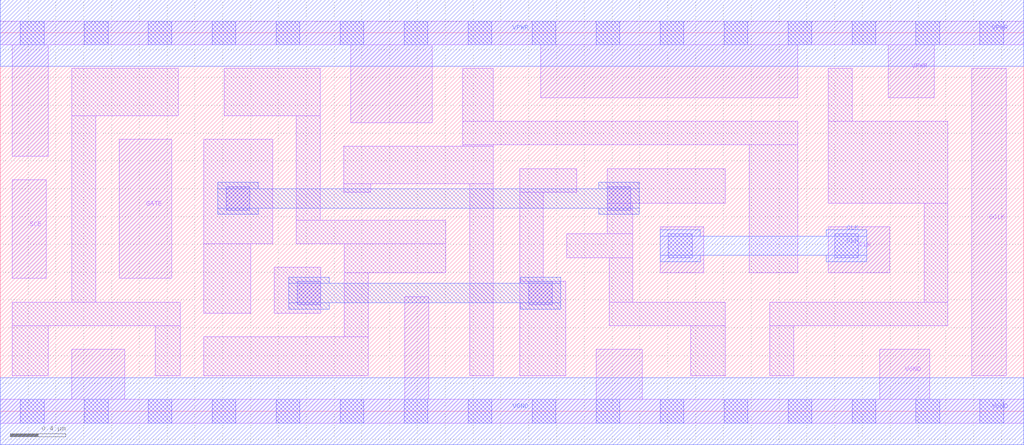
<source format=lef>
# Copyright 2020 The SkyWater PDK Authors
#
# Licensed under the Apache License, Version 2.0 (the "License");
# you may not use this file except in compliance with the License.
# You may obtain a copy of the License at
#
#     https://www.apache.org/licenses/LICENSE-2.0
#
# Unless required by applicable law or agreed to in writing, software
# distributed under the License is distributed on an "AS IS" BASIS,
# WITHOUT WARRANTIES OR CONDITIONS OF ANY KIND, either express or implied.
# See the License for the specific language governing permissions and
# limitations under the License.
#
# SPDX-License-Identifier: Apache-2.0

VERSION 5.7 ;
  NAMESCASESENSITIVE ON ;
  NOWIREEXTENSIONATPIN ON ;
  DIVIDERCHAR "/" ;
  BUSBITCHARS "[]" ;
UNITS
  DATABASE MICRONS 200 ;
END UNITS
PROPERTYDEFINITIONS
  MACRO maskLayoutSubType STRING ;
  MACRO prCellType STRING ;
  MACRO originalViewName STRING ;
END PROPERTYDEFINITIONS
MACRO sky130_fd_sc_hdll__sdlclkp_1
  CLASS CORE ;
  FOREIGN sky130_fd_sc_hdll__sdlclkp_1 ;
  ORIGIN  0.000000  0.000000 ;
  SIZE  7.360000 BY  2.720000 ;
  SYMMETRY X Y R90 ;
  SITE unithd ;
  PIN CLK
    ANTENNAGATEAREA  0.356400 ;
    DIRECTION INPUT ;
    USE SIGNAL ;
    PORT
      LAYER li1 ;
        RECT 4.745000 0.995000 5.060000 1.325000 ;
        RECT 5.955000 0.995000 6.395000 1.325000 ;
      LAYER mcon ;
        RECT 4.805000 1.105000 4.975000 1.275000 ;
        RECT 6.000000 1.105000 6.170000 1.275000 ;
      LAYER met1 ;
        RECT 4.745000 1.075000 5.035000 1.120000 ;
        RECT 4.745000 1.120000 6.230000 1.260000 ;
        RECT 4.745000 1.260000 5.035000 1.305000 ;
        RECT 5.940000 1.075000 6.230000 1.120000 ;
        RECT 5.940000 1.260000 6.230000 1.305000 ;
    END
  END CLK
  PIN GATE
    ANTENNAGATEAREA  0.178200 ;
    DIRECTION INPUT ;
    USE SIGNAL ;
    PORT
      LAYER li1 ;
        RECT 0.855000 0.955000 1.235000 1.955000 ;
    END
  END GATE
  PIN GCLK
    ANTENNADIFFAREA  0.480250 ;
    DIRECTION OUTPUT ;
    USE SIGNAL ;
    PORT
      LAYER li1 ;
        RECT 6.985000 0.255000 7.235000 2.465000 ;
    END
  END GCLK
  PIN SCE
    ANTENNAGATEAREA  0.178200 ;
    DIRECTION INPUT ;
    USE SIGNAL ;
    PORT
      LAYER li1 ;
        RECT 0.085000 0.955000 0.330000 1.665000 ;
    END
  END SCE
  PIN VGND
    ANTENNADIFFAREA  0.792650 ;
    DIRECTION INOUT ;
    USE SIGNAL ;
    PORT
      LAYER li1 ;
        RECT 0.000000 -0.085000 7.360000 0.085000 ;
        RECT 0.515000  0.085000 0.895000 0.445000 ;
        RECT 2.910000  0.085000 3.080000 0.825000 ;
        RECT 4.285000  0.085000 4.615000 0.445000 ;
        RECT 6.325000  0.085000 6.685000 0.445000 ;
      LAYER mcon ;
        RECT 0.145000 -0.085000 0.315000 0.085000 ;
        RECT 0.605000 -0.085000 0.775000 0.085000 ;
        RECT 1.065000 -0.085000 1.235000 0.085000 ;
        RECT 1.525000 -0.085000 1.695000 0.085000 ;
        RECT 1.985000 -0.085000 2.155000 0.085000 ;
        RECT 2.445000 -0.085000 2.615000 0.085000 ;
        RECT 2.905000 -0.085000 3.075000 0.085000 ;
        RECT 3.365000 -0.085000 3.535000 0.085000 ;
        RECT 3.825000 -0.085000 3.995000 0.085000 ;
        RECT 4.285000 -0.085000 4.455000 0.085000 ;
        RECT 4.745000 -0.085000 4.915000 0.085000 ;
        RECT 5.205000 -0.085000 5.375000 0.085000 ;
        RECT 5.665000 -0.085000 5.835000 0.085000 ;
        RECT 6.125000 -0.085000 6.295000 0.085000 ;
        RECT 6.585000 -0.085000 6.755000 0.085000 ;
        RECT 7.045000 -0.085000 7.215000 0.085000 ;
      LAYER met1 ;
        RECT 0.000000 -0.240000 7.360000 0.240000 ;
    END
  END VGND
  PIN VPWR
    ANTENNADIFFAREA  1.382600 ;
    DIRECTION INOUT ;
    USE SIGNAL ;
    PORT
      LAYER li1 ;
        RECT 0.000000 2.635000 7.360000 2.805000 ;
        RECT 0.085000 1.835000 0.345000 2.635000 ;
        RECT 2.520000 2.075000 3.105000 2.635000 ;
        RECT 3.885000 2.255000 5.735000 2.635000 ;
        RECT 6.385000 2.255000 6.715000 2.635000 ;
      LAYER mcon ;
        RECT 0.145000 2.635000 0.315000 2.805000 ;
        RECT 0.605000 2.635000 0.775000 2.805000 ;
        RECT 1.065000 2.635000 1.235000 2.805000 ;
        RECT 1.525000 2.635000 1.695000 2.805000 ;
        RECT 1.985000 2.635000 2.155000 2.805000 ;
        RECT 2.445000 2.635000 2.615000 2.805000 ;
        RECT 2.905000 2.635000 3.075000 2.805000 ;
        RECT 3.365000 2.635000 3.535000 2.805000 ;
        RECT 3.825000 2.635000 3.995000 2.805000 ;
        RECT 4.285000 2.635000 4.455000 2.805000 ;
        RECT 4.745000 2.635000 4.915000 2.805000 ;
        RECT 5.205000 2.635000 5.375000 2.805000 ;
        RECT 5.665000 2.635000 5.835000 2.805000 ;
        RECT 6.125000 2.635000 6.295000 2.805000 ;
        RECT 6.585000 2.635000 6.755000 2.805000 ;
        RECT 7.045000 2.635000 7.215000 2.805000 ;
      LAYER met1 ;
        RECT 0.000000 2.480000 7.360000 2.960000 ;
    END
  END VPWR
  OBS
    LAYER li1 ;
      RECT 0.085000 0.255000 0.345000 0.615000 ;
      RECT 0.085000 0.615000 1.295000 0.785000 ;
      RECT 0.515000 0.785000 0.685000 2.125000 ;
      RECT 0.515000 2.125000 1.280000 2.465000 ;
      RECT 1.115000 0.255000 1.295000 0.615000 ;
      RECT 1.465000 0.255000 2.645000 0.535000 ;
      RECT 1.465000 0.705000 1.800000 1.205000 ;
      RECT 1.465000 1.205000 1.960000 1.955000 ;
      RECT 1.610000 2.125000 2.300000 2.465000 ;
      RECT 1.970000 0.705000 2.305000 1.035000 ;
      RECT 2.130000 1.205000 3.205000 1.375000 ;
      RECT 2.130000 1.375000 2.300000 2.125000 ;
      RECT 2.470000 1.575000 2.665000 1.635000 ;
      RECT 2.470000 1.635000 3.545000 1.905000 ;
      RECT 2.475000 0.535000 2.645000 0.995000 ;
      RECT 2.475000 0.995000 3.205000 1.205000 ;
      RECT 3.325000 1.905000 3.545000 1.915000 ;
      RECT 3.325000 1.915000 5.735000 2.085000 ;
      RECT 3.325000 2.085000 3.545000 2.465000 ;
      RECT 3.375000 0.255000 3.545000 1.635000 ;
      RECT 3.735000 0.255000 4.065000 0.935000 ;
      RECT 3.735000 0.935000 3.905000 1.575000 ;
      RECT 3.735000 1.575000 4.145000 1.745000 ;
      RECT 4.075000 1.105000 4.550000 1.275000 ;
      RECT 4.365000 1.275000 4.550000 1.495000 ;
      RECT 4.365000 1.495000 5.215000 1.745000 ;
      RECT 4.380000 0.615000 5.215000 0.785000 ;
      RECT 4.380000 0.785000 4.550000 1.105000 ;
      RECT 4.965000 0.255000 5.215000 0.615000 ;
      RECT 5.385000 0.995000 5.735000 1.915000 ;
      RECT 5.535000 0.255000 5.705000 0.615000 ;
      RECT 5.535000 0.615000 6.815000 0.785000 ;
      RECT 5.955000 1.495000 6.815000 2.085000 ;
      RECT 5.955000 2.085000 6.125000 2.465000 ;
      RECT 6.645000 0.785000 6.815000 1.495000 ;
    LAYER mcon ;
      RECT 1.625000 1.445000 1.795000 1.615000 ;
      RECT 2.135000 0.765000 2.305000 0.935000 ;
      RECT 3.800000 0.765000 3.970000 0.935000 ;
      RECT 4.365000 1.445000 4.535000 1.615000 ;
    LAYER met1 ;
      RECT 1.565000 1.415000 1.855000 1.460000 ;
      RECT 1.565000 1.460000 4.595000 1.600000 ;
      RECT 1.565000 1.600000 1.855000 1.645000 ;
      RECT 2.075000 0.735000 2.365000 0.780000 ;
      RECT 2.075000 0.780000 4.030000 0.920000 ;
      RECT 2.075000 0.920000 2.365000 0.965000 ;
      RECT 3.740000 0.735000 4.030000 0.780000 ;
      RECT 3.740000 0.920000 4.030000 0.965000 ;
      RECT 4.305000 1.415000 4.595000 1.460000 ;
      RECT 4.305000 1.600000 4.595000 1.645000 ;
  END
  PROPERTY maskLayoutSubType "abstract" ;
  PROPERTY prCellType "standard" ;
  PROPERTY originalViewName "layout" ;
END sky130_fd_sc_hdll__sdlclkp_1

</source>
